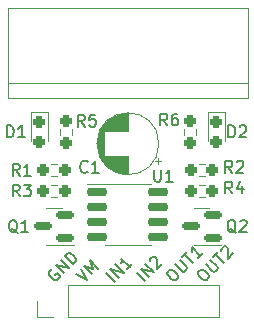
<source format=gto>
G04 #@! TF.GenerationSoftware,KiCad,Pcbnew,7.0.10-7.0.10~ubuntu22.04.1*
G04 #@! TF.CreationDate,2024-01-16T23:48:01+08:00*
G04 #@! TF.ProjectId,EL_oscillator,454c5f6f-7363-4696-9c6c-61746f722e6b,rev?*
G04 #@! TF.SameCoordinates,Original*
G04 #@! TF.FileFunction,Legend,Top*
G04 #@! TF.FilePolarity,Positive*
%FSLAX46Y46*%
G04 Gerber Fmt 4.6, Leading zero omitted, Abs format (unit mm)*
G04 Created by KiCad (PCBNEW 7.0.10-7.0.10~ubuntu22.04.1) date 2024-01-16 23:48:01*
%MOMM*%
%LPD*%
G01*
G04 APERTURE LIST*
G04 Aperture macros list*
%AMRoundRect*
0 Rectangle with rounded corners*
0 $1 Rounding radius*
0 $2 $3 $4 $5 $6 $7 $8 $9 X,Y pos of 4 corners*
0 Add a 4 corners polygon primitive as box body*
4,1,4,$2,$3,$4,$5,$6,$7,$8,$9,$2,$3,0*
0 Add four circle primitives for the rounded corners*
1,1,$1+$1,$2,$3*
1,1,$1+$1,$4,$5*
1,1,$1+$1,$6,$7*
1,1,$1+$1,$8,$9*
0 Add four rect primitives between the rounded corners*
20,1,$1+$1,$2,$3,$4,$5,0*
20,1,$1+$1,$4,$5,$6,$7,0*
20,1,$1+$1,$6,$7,$8,$9,0*
20,1,$1+$1,$8,$9,$2,$3,0*%
G04 Aperture macros list end*
%ADD10C,0.150000*%
%ADD11C,0.120000*%
%ADD12RoundRect,0.237500X-0.250000X-0.237500X0.250000X-0.237500X0.250000X0.237500X-0.250000X0.237500X0*%
%ADD13RoundRect,0.237500X-0.237500X0.287500X-0.237500X-0.287500X0.237500X-0.287500X0.237500X0.287500X0*%
%ADD14R,1.700000X1.700000*%
%ADD15O,1.700000X1.700000*%
%ADD16RoundRect,0.150000X0.587500X0.150000X-0.587500X0.150000X-0.587500X-0.150000X0.587500X-0.150000X0*%
%ADD17R,1.600000X1.600000*%
%ADD18C,1.600000*%
%ADD19R,3.000000X3.000000*%
%ADD20C,3.000000*%
%ADD21RoundRect,0.237500X-0.237500X0.250000X-0.237500X-0.250000X0.237500X-0.250000X0.237500X0.250000X0*%
%ADD22RoundRect,0.237500X0.250000X0.237500X-0.250000X0.237500X-0.250000X-0.237500X0.250000X-0.237500X0*%
%ADD23RoundRect,0.150000X-0.725000X-0.150000X0.725000X-0.150000X0.725000X0.150000X-0.725000X0.150000X0*%
G04 APERTURE END LIST*
D10*
X114373667Y-122828015D02*
X114508354Y-122693328D01*
X114508354Y-122693328D02*
X114609369Y-122659656D01*
X114609369Y-122659656D02*
X114744056Y-122659656D01*
X114744056Y-122659656D02*
X114912415Y-122760671D01*
X114912415Y-122760671D02*
X115148117Y-122996374D01*
X115148117Y-122996374D02*
X115249132Y-123164733D01*
X115249132Y-123164733D02*
X115249132Y-123299420D01*
X115249132Y-123299420D02*
X115215461Y-123400435D01*
X115215461Y-123400435D02*
X115080774Y-123535122D01*
X115080774Y-123535122D02*
X114979758Y-123568794D01*
X114979758Y-123568794D02*
X114845071Y-123568794D01*
X114845071Y-123568794D02*
X114676713Y-123467778D01*
X114676713Y-123467778D02*
X114441010Y-123232076D01*
X114441010Y-123232076D02*
X114339995Y-123063717D01*
X114339995Y-123063717D02*
X114339995Y-122929030D01*
X114339995Y-122929030D02*
X114373667Y-122828015D01*
X114979758Y-122221924D02*
X115552178Y-122794343D01*
X115552178Y-122794343D02*
X115653193Y-122828015D01*
X115653193Y-122828015D02*
X115720537Y-122828015D01*
X115720537Y-122828015D02*
X115821552Y-122794343D01*
X115821552Y-122794343D02*
X115956239Y-122659656D01*
X115956239Y-122659656D02*
X115989911Y-122558641D01*
X115989911Y-122558641D02*
X115989911Y-122491298D01*
X115989911Y-122491298D02*
X115956239Y-122390282D01*
X115956239Y-122390282D02*
X115383819Y-121817862D01*
X115619522Y-121582160D02*
X116023583Y-121178099D01*
X116528659Y-122087237D02*
X115821552Y-121380130D01*
X117336781Y-121279114D02*
X116932720Y-121683175D01*
X117134750Y-121481145D02*
X116427644Y-120774038D01*
X116427644Y-120774038D02*
X116461315Y-120942397D01*
X116461315Y-120942397D02*
X116461315Y-121077084D01*
X116461315Y-121077084D02*
X116427644Y-121178099D01*
X112446087Y-123639809D02*
X111738980Y-122932702D01*
X112782804Y-123303092D02*
X112075697Y-122595985D01*
X112075697Y-122595985D02*
X113186865Y-122899031D01*
X113186865Y-122899031D02*
X112479758Y-122191924D01*
X112850147Y-121956222D02*
X112850147Y-121888878D01*
X112850147Y-121888878D02*
X112883819Y-121787863D01*
X112883819Y-121787863D02*
X113052178Y-121619504D01*
X113052178Y-121619504D02*
X113153193Y-121585832D01*
X113153193Y-121585832D02*
X113220536Y-121585832D01*
X113220536Y-121585832D02*
X113321552Y-121619504D01*
X113321552Y-121619504D02*
X113388895Y-121686848D01*
X113388895Y-121686848D02*
X113456239Y-121821535D01*
X113456239Y-121821535D02*
X113456239Y-122629657D01*
X113456239Y-122629657D02*
X113893971Y-122191924D01*
X104593041Y-122625984D02*
X104492026Y-122659656D01*
X104492026Y-122659656D02*
X104391010Y-122760671D01*
X104391010Y-122760671D02*
X104323667Y-122895358D01*
X104323667Y-122895358D02*
X104323667Y-123030046D01*
X104323667Y-123030046D02*
X104357339Y-123131061D01*
X104357339Y-123131061D02*
X104458354Y-123299420D01*
X104458354Y-123299420D02*
X104559369Y-123400435D01*
X104559369Y-123400435D02*
X104727728Y-123501450D01*
X104727728Y-123501450D02*
X104828743Y-123535122D01*
X104828743Y-123535122D02*
X104963430Y-123535122D01*
X104963430Y-123535122D02*
X105098117Y-123467778D01*
X105098117Y-123467778D02*
X105165461Y-123400435D01*
X105165461Y-123400435D02*
X105232804Y-123265748D01*
X105232804Y-123265748D02*
X105232804Y-123198404D01*
X105232804Y-123198404D02*
X104997102Y-122962702D01*
X104997102Y-122962702D02*
X104862415Y-123097389D01*
X105603193Y-122962702D02*
X104896087Y-122255595D01*
X104896087Y-122255595D02*
X106007254Y-122558641D01*
X106007254Y-122558641D02*
X105300148Y-121851534D01*
X106343972Y-122221924D02*
X105636865Y-121514817D01*
X105636865Y-121514817D02*
X105805224Y-121346458D01*
X105805224Y-121346458D02*
X105939911Y-121279114D01*
X105939911Y-121279114D02*
X106074598Y-121279114D01*
X106074598Y-121279114D02*
X106175613Y-121312786D01*
X106175613Y-121312786D02*
X106343972Y-121413801D01*
X106343972Y-121413801D02*
X106444987Y-121514817D01*
X106444987Y-121514817D02*
X106546002Y-121683175D01*
X106546002Y-121683175D02*
X106579674Y-121784191D01*
X106579674Y-121784191D02*
X106579674Y-121918878D01*
X106579674Y-121918878D02*
X106512331Y-122053565D01*
X106512331Y-122053565D02*
X106343972Y-122221924D01*
X109896087Y-123669809D02*
X109188980Y-122962702D01*
X110232804Y-123333092D02*
X109525697Y-122625985D01*
X109525697Y-122625985D02*
X110636865Y-122929031D01*
X110636865Y-122929031D02*
X109929758Y-122221924D01*
X111343971Y-122221924D02*
X110939910Y-122625985D01*
X111141941Y-122423954D02*
X110434834Y-121716848D01*
X110434834Y-121716848D02*
X110468506Y-121885206D01*
X110468506Y-121885206D02*
X110468506Y-122019893D01*
X110468506Y-122019893D02*
X110434834Y-122120909D01*
X106587965Y-123063717D02*
X107530774Y-123535122D01*
X107530774Y-123535122D02*
X107059369Y-122592313D01*
X108002178Y-123063717D02*
X107295071Y-122356610D01*
X107295071Y-122356610D02*
X108035850Y-122625984D01*
X108035850Y-122625984D02*
X107766476Y-121885206D01*
X107766476Y-121885206D02*
X108473583Y-122592313D01*
X116973667Y-122828015D02*
X117108354Y-122693328D01*
X117108354Y-122693328D02*
X117209369Y-122659656D01*
X117209369Y-122659656D02*
X117344056Y-122659656D01*
X117344056Y-122659656D02*
X117512415Y-122760671D01*
X117512415Y-122760671D02*
X117748117Y-122996374D01*
X117748117Y-122996374D02*
X117849132Y-123164733D01*
X117849132Y-123164733D02*
X117849132Y-123299420D01*
X117849132Y-123299420D02*
X117815461Y-123400435D01*
X117815461Y-123400435D02*
X117680774Y-123535122D01*
X117680774Y-123535122D02*
X117579758Y-123568794D01*
X117579758Y-123568794D02*
X117445071Y-123568794D01*
X117445071Y-123568794D02*
X117276713Y-123467778D01*
X117276713Y-123467778D02*
X117041010Y-123232076D01*
X117041010Y-123232076D02*
X116939995Y-123063717D01*
X116939995Y-123063717D02*
X116939995Y-122929030D01*
X116939995Y-122929030D02*
X116973667Y-122828015D01*
X117579758Y-122221924D02*
X118152178Y-122794343D01*
X118152178Y-122794343D02*
X118253193Y-122828015D01*
X118253193Y-122828015D02*
X118320537Y-122828015D01*
X118320537Y-122828015D02*
X118421552Y-122794343D01*
X118421552Y-122794343D02*
X118556239Y-122659656D01*
X118556239Y-122659656D02*
X118589911Y-122558641D01*
X118589911Y-122558641D02*
X118589911Y-122491298D01*
X118589911Y-122491298D02*
X118556239Y-122390282D01*
X118556239Y-122390282D02*
X117983819Y-121817862D01*
X118219522Y-121582160D02*
X118623583Y-121178099D01*
X119128659Y-122087237D02*
X118421552Y-121380130D01*
X118892957Y-121043412D02*
X118892957Y-120976069D01*
X118892957Y-120976069D02*
X118926628Y-120875053D01*
X118926628Y-120875053D02*
X119094987Y-120706695D01*
X119094987Y-120706695D02*
X119196002Y-120673023D01*
X119196002Y-120673023D02*
X119263346Y-120673023D01*
X119263346Y-120673023D02*
X119364361Y-120706695D01*
X119364361Y-120706695D02*
X119431705Y-120774038D01*
X119431705Y-120774038D02*
X119499048Y-120908725D01*
X119499048Y-120908725D02*
X119499048Y-121716847D01*
X119499048Y-121716847D02*
X119936781Y-121279114D01*
X101833333Y-114704819D02*
X101500000Y-114228628D01*
X101261905Y-114704819D02*
X101261905Y-113704819D01*
X101261905Y-113704819D02*
X101642857Y-113704819D01*
X101642857Y-113704819D02*
X101738095Y-113752438D01*
X101738095Y-113752438D02*
X101785714Y-113800057D01*
X101785714Y-113800057D02*
X101833333Y-113895295D01*
X101833333Y-113895295D02*
X101833333Y-114038152D01*
X101833333Y-114038152D02*
X101785714Y-114133390D01*
X101785714Y-114133390D02*
X101738095Y-114181009D01*
X101738095Y-114181009D02*
X101642857Y-114228628D01*
X101642857Y-114228628D02*
X101261905Y-114228628D01*
X102785714Y-114704819D02*
X102214286Y-114704819D01*
X102500000Y-114704819D02*
X102500000Y-113704819D01*
X102500000Y-113704819D02*
X102404762Y-113847676D01*
X102404762Y-113847676D02*
X102309524Y-113942914D01*
X102309524Y-113942914D02*
X102214286Y-113990533D01*
X119511905Y-111454819D02*
X119511905Y-110454819D01*
X119511905Y-110454819D02*
X119750000Y-110454819D01*
X119750000Y-110454819D02*
X119892857Y-110502438D01*
X119892857Y-110502438D02*
X119988095Y-110597676D01*
X119988095Y-110597676D02*
X120035714Y-110692914D01*
X120035714Y-110692914D02*
X120083333Y-110883390D01*
X120083333Y-110883390D02*
X120083333Y-111026247D01*
X120083333Y-111026247D02*
X120035714Y-111216723D01*
X120035714Y-111216723D02*
X119988095Y-111311961D01*
X119988095Y-111311961D02*
X119892857Y-111407200D01*
X119892857Y-111407200D02*
X119750000Y-111454819D01*
X119750000Y-111454819D02*
X119511905Y-111454819D01*
X120464286Y-110550057D02*
X120511905Y-110502438D01*
X120511905Y-110502438D02*
X120607143Y-110454819D01*
X120607143Y-110454819D02*
X120845238Y-110454819D01*
X120845238Y-110454819D02*
X120940476Y-110502438D01*
X120940476Y-110502438D02*
X120988095Y-110550057D01*
X120988095Y-110550057D02*
X121035714Y-110645295D01*
X121035714Y-110645295D02*
X121035714Y-110740533D01*
X121035714Y-110740533D02*
X120988095Y-110883390D01*
X120988095Y-110883390D02*
X120416667Y-111454819D01*
X120416667Y-111454819D02*
X121035714Y-111454819D01*
X119833333Y-116204819D02*
X119500000Y-115728628D01*
X119261905Y-116204819D02*
X119261905Y-115204819D01*
X119261905Y-115204819D02*
X119642857Y-115204819D01*
X119642857Y-115204819D02*
X119738095Y-115252438D01*
X119738095Y-115252438D02*
X119785714Y-115300057D01*
X119785714Y-115300057D02*
X119833333Y-115395295D01*
X119833333Y-115395295D02*
X119833333Y-115538152D01*
X119833333Y-115538152D02*
X119785714Y-115633390D01*
X119785714Y-115633390D02*
X119738095Y-115681009D01*
X119738095Y-115681009D02*
X119642857Y-115728628D01*
X119642857Y-115728628D02*
X119261905Y-115728628D01*
X120690476Y-115538152D02*
X120690476Y-116204819D01*
X120452381Y-115157200D02*
X120214286Y-115871485D01*
X120214286Y-115871485D02*
X120833333Y-115871485D01*
X101654761Y-119550057D02*
X101559523Y-119502438D01*
X101559523Y-119502438D02*
X101464285Y-119407200D01*
X101464285Y-119407200D02*
X101321428Y-119264342D01*
X101321428Y-119264342D02*
X101226190Y-119216723D01*
X101226190Y-119216723D02*
X101130952Y-119216723D01*
X101178571Y-119454819D02*
X101083333Y-119407200D01*
X101083333Y-119407200D02*
X100988095Y-119311961D01*
X100988095Y-119311961D02*
X100940476Y-119121485D01*
X100940476Y-119121485D02*
X100940476Y-118788152D01*
X100940476Y-118788152D02*
X100988095Y-118597676D01*
X100988095Y-118597676D02*
X101083333Y-118502438D01*
X101083333Y-118502438D02*
X101178571Y-118454819D01*
X101178571Y-118454819D02*
X101369047Y-118454819D01*
X101369047Y-118454819D02*
X101464285Y-118502438D01*
X101464285Y-118502438D02*
X101559523Y-118597676D01*
X101559523Y-118597676D02*
X101607142Y-118788152D01*
X101607142Y-118788152D02*
X101607142Y-119121485D01*
X101607142Y-119121485D02*
X101559523Y-119311961D01*
X101559523Y-119311961D02*
X101464285Y-119407200D01*
X101464285Y-119407200D02*
X101369047Y-119454819D01*
X101369047Y-119454819D02*
X101178571Y-119454819D01*
X102559523Y-119454819D02*
X101988095Y-119454819D01*
X102273809Y-119454819D02*
X102273809Y-118454819D01*
X102273809Y-118454819D02*
X102178571Y-118597676D01*
X102178571Y-118597676D02*
X102083333Y-118692914D01*
X102083333Y-118692914D02*
X101988095Y-118740533D01*
X107583333Y-114359580D02*
X107535714Y-114407200D01*
X107535714Y-114407200D02*
X107392857Y-114454819D01*
X107392857Y-114454819D02*
X107297619Y-114454819D01*
X107297619Y-114454819D02*
X107154762Y-114407200D01*
X107154762Y-114407200D02*
X107059524Y-114311961D01*
X107059524Y-114311961D02*
X107011905Y-114216723D01*
X107011905Y-114216723D02*
X106964286Y-114026247D01*
X106964286Y-114026247D02*
X106964286Y-113883390D01*
X106964286Y-113883390D02*
X107011905Y-113692914D01*
X107011905Y-113692914D02*
X107059524Y-113597676D01*
X107059524Y-113597676D02*
X107154762Y-113502438D01*
X107154762Y-113502438D02*
X107297619Y-113454819D01*
X107297619Y-113454819D02*
X107392857Y-113454819D01*
X107392857Y-113454819D02*
X107535714Y-113502438D01*
X107535714Y-113502438D02*
X107583333Y-113550057D01*
X108535714Y-114454819D02*
X107964286Y-114454819D01*
X108250000Y-114454819D02*
X108250000Y-113454819D01*
X108250000Y-113454819D02*
X108154762Y-113597676D01*
X108154762Y-113597676D02*
X108059524Y-113692914D01*
X108059524Y-113692914D02*
X107964286Y-113740533D01*
X114333333Y-110454819D02*
X114000000Y-109978628D01*
X113761905Y-110454819D02*
X113761905Y-109454819D01*
X113761905Y-109454819D02*
X114142857Y-109454819D01*
X114142857Y-109454819D02*
X114238095Y-109502438D01*
X114238095Y-109502438D02*
X114285714Y-109550057D01*
X114285714Y-109550057D02*
X114333333Y-109645295D01*
X114333333Y-109645295D02*
X114333333Y-109788152D01*
X114333333Y-109788152D02*
X114285714Y-109883390D01*
X114285714Y-109883390D02*
X114238095Y-109931009D01*
X114238095Y-109931009D02*
X114142857Y-109978628D01*
X114142857Y-109978628D02*
X113761905Y-109978628D01*
X115190476Y-109454819D02*
X115000000Y-109454819D01*
X115000000Y-109454819D02*
X114904762Y-109502438D01*
X114904762Y-109502438D02*
X114857143Y-109550057D01*
X114857143Y-109550057D02*
X114761905Y-109692914D01*
X114761905Y-109692914D02*
X114714286Y-109883390D01*
X114714286Y-109883390D02*
X114714286Y-110264342D01*
X114714286Y-110264342D02*
X114761905Y-110359580D01*
X114761905Y-110359580D02*
X114809524Y-110407200D01*
X114809524Y-110407200D02*
X114904762Y-110454819D01*
X114904762Y-110454819D02*
X115095238Y-110454819D01*
X115095238Y-110454819D02*
X115190476Y-110407200D01*
X115190476Y-110407200D02*
X115238095Y-110359580D01*
X115238095Y-110359580D02*
X115285714Y-110264342D01*
X115285714Y-110264342D02*
X115285714Y-110026247D01*
X115285714Y-110026247D02*
X115238095Y-109931009D01*
X115238095Y-109931009D02*
X115190476Y-109883390D01*
X115190476Y-109883390D02*
X115095238Y-109835771D01*
X115095238Y-109835771D02*
X114904762Y-109835771D01*
X114904762Y-109835771D02*
X114809524Y-109883390D01*
X114809524Y-109883390D02*
X114761905Y-109931009D01*
X114761905Y-109931009D02*
X114714286Y-110026247D01*
X100761905Y-111454819D02*
X100761905Y-110454819D01*
X100761905Y-110454819D02*
X101000000Y-110454819D01*
X101000000Y-110454819D02*
X101142857Y-110502438D01*
X101142857Y-110502438D02*
X101238095Y-110597676D01*
X101238095Y-110597676D02*
X101285714Y-110692914D01*
X101285714Y-110692914D02*
X101333333Y-110883390D01*
X101333333Y-110883390D02*
X101333333Y-111026247D01*
X101333333Y-111026247D02*
X101285714Y-111216723D01*
X101285714Y-111216723D02*
X101238095Y-111311961D01*
X101238095Y-111311961D02*
X101142857Y-111407200D01*
X101142857Y-111407200D02*
X101000000Y-111454819D01*
X101000000Y-111454819D02*
X100761905Y-111454819D01*
X102285714Y-111454819D02*
X101714286Y-111454819D01*
X102000000Y-111454819D02*
X102000000Y-110454819D01*
X102000000Y-110454819D02*
X101904762Y-110597676D01*
X101904762Y-110597676D02*
X101809524Y-110692914D01*
X101809524Y-110692914D02*
X101714286Y-110740533D01*
X120154761Y-119550057D02*
X120059523Y-119502438D01*
X120059523Y-119502438D02*
X119964285Y-119407200D01*
X119964285Y-119407200D02*
X119821428Y-119264342D01*
X119821428Y-119264342D02*
X119726190Y-119216723D01*
X119726190Y-119216723D02*
X119630952Y-119216723D01*
X119678571Y-119454819D02*
X119583333Y-119407200D01*
X119583333Y-119407200D02*
X119488095Y-119311961D01*
X119488095Y-119311961D02*
X119440476Y-119121485D01*
X119440476Y-119121485D02*
X119440476Y-118788152D01*
X119440476Y-118788152D02*
X119488095Y-118597676D01*
X119488095Y-118597676D02*
X119583333Y-118502438D01*
X119583333Y-118502438D02*
X119678571Y-118454819D01*
X119678571Y-118454819D02*
X119869047Y-118454819D01*
X119869047Y-118454819D02*
X119964285Y-118502438D01*
X119964285Y-118502438D02*
X120059523Y-118597676D01*
X120059523Y-118597676D02*
X120107142Y-118788152D01*
X120107142Y-118788152D02*
X120107142Y-119121485D01*
X120107142Y-119121485D02*
X120059523Y-119311961D01*
X120059523Y-119311961D02*
X119964285Y-119407200D01*
X119964285Y-119407200D02*
X119869047Y-119454819D01*
X119869047Y-119454819D02*
X119678571Y-119454819D01*
X120488095Y-118550057D02*
X120535714Y-118502438D01*
X120535714Y-118502438D02*
X120630952Y-118454819D01*
X120630952Y-118454819D02*
X120869047Y-118454819D01*
X120869047Y-118454819D02*
X120964285Y-118502438D01*
X120964285Y-118502438D02*
X121011904Y-118550057D01*
X121011904Y-118550057D02*
X121059523Y-118645295D01*
X121059523Y-118645295D02*
X121059523Y-118740533D01*
X121059523Y-118740533D02*
X121011904Y-118883390D01*
X121011904Y-118883390D02*
X120440476Y-119454819D01*
X120440476Y-119454819D02*
X121059523Y-119454819D01*
X101833333Y-116454819D02*
X101500000Y-115978628D01*
X101261905Y-116454819D02*
X101261905Y-115454819D01*
X101261905Y-115454819D02*
X101642857Y-115454819D01*
X101642857Y-115454819D02*
X101738095Y-115502438D01*
X101738095Y-115502438D02*
X101785714Y-115550057D01*
X101785714Y-115550057D02*
X101833333Y-115645295D01*
X101833333Y-115645295D02*
X101833333Y-115788152D01*
X101833333Y-115788152D02*
X101785714Y-115883390D01*
X101785714Y-115883390D02*
X101738095Y-115931009D01*
X101738095Y-115931009D02*
X101642857Y-115978628D01*
X101642857Y-115978628D02*
X101261905Y-115978628D01*
X102166667Y-115454819D02*
X102785714Y-115454819D01*
X102785714Y-115454819D02*
X102452381Y-115835771D01*
X102452381Y-115835771D02*
X102595238Y-115835771D01*
X102595238Y-115835771D02*
X102690476Y-115883390D01*
X102690476Y-115883390D02*
X102738095Y-115931009D01*
X102738095Y-115931009D02*
X102785714Y-116026247D01*
X102785714Y-116026247D02*
X102785714Y-116264342D01*
X102785714Y-116264342D02*
X102738095Y-116359580D01*
X102738095Y-116359580D02*
X102690476Y-116407200D01*
X102690476Y-116407200D02*
X102595238Y-116454819D01*
X102595238Y-116454819D02*
X102309524Y-116454819D01*
X102309524Y-116454819D02*
X102214286Y-116407200D01*
X102214286Y-116407200D02*
X102166667Y-116359580D01*
X113238095Y-114204819D02*
X113238095Y-115014342D01*
X113238095Y-115014342D02*
X113285714Y-115109580D01*
X113285714Y-115109580D02*
X113333333Y-115157200D01*
X113333333Y-115157200D02*
X113428571Y-115204819D01*
X113428571Y-115204819D02*
X113619047Y-115204819D01*
X113619047Y-115204819D02*
X113714285Y-115157200D01*
X113714285Y-115157200D02*
X113761904Y-115109580D01*
X113761904Y-115109580D02*
X113809523Y-115014342D01*
X113809523Y-115014342D02*
X113809523Y-114204819D01*
X114809523Y-115204819D02*
X114238095Y-115204819D01*
X114523809Y-115204819D02*
X114523809Y-114204819D01*
X114523809Y-114204819D02*
X114428571Y-114347676D01*
X114428571Y-114347676D02*
X114333333Y-114442914D01*
X114333333Y-114442914D02*
X114238095Y-114490533D01*
X119833333Y-114454819D02*
X119500000Y-113978628D01*
X119261905Y-114454819D02*
X119261905Y-113454819D01*
X119261905Y-113454819D02*
X119642857Y-113454819D01*
X119642857Y-113454819D02*
X119738095Y-113502438D01*
X119738095Y-113502438D02*
X119785714Y-113550057D01*
X119785714Y-113550057D02*
X119833333Y-113645295D01*
X119833333Y-113645295D02*
X119833333Y-113788152D01*
X119833333Y-113788152D02*
X119785714Y-113883390D01*
X119785714Y-113883390D02*
X119738095Y-113931009D01*
X119738095Y-113931009D02*
X119642857Y-113978628D01*
X119642857Y-113978628D02*
X119261905Y-113978628D01*
X120214286Y-113550057D02*
X120261905Y-113502438D01*
X120261905Y-113502438D02*
X120357143Y-113454819D01*
X120357143Y-113454819D02*
X120595238Y-113454819D01*
X120595238Y-113454819D02*
X120690476Y-113502438D01*
X120690476Y-113502438D02*
X120738095Y-113550057D01*
X120738095Y-113550057D02*
X120785714Y-113645295D01*
X120785714Y-113645295D02*
X120785714Y-113740533D01*
X120785714Y-113740533D02*
X120738095Y-113883390D01*
X120738095Y-113883390D02*
X120166667Y-114454819D01*
X120166667Y-114454819D02*
X120785714Y-114454819D01*
X107333333Y-110542319D02*
X107000000Y-110066128D01*
X106761905Y-110542319D02*
X106761905Y-109542319D01*
X106761905Y-109542319D02*
X107142857Y-109542319D01*
X107142857Y-109542319D02*
X107238095Y-109589938D01*
X107238095Y-109589938D02*
X107285714Y-109637557D01*
X107285714Y-109637557D02*
X107333333Y-109732795D01*
X107333333Y-109732795D02*
X107333333Y-109875652D01*
X107333333Y-109875652D02*
X107285714Y-109970890D01*
X107285714Y-109970890D02*
X107238095Y-110018509D01*
X107238095Y-110018509D02*
X107142857Y-110066128D01*
X107142857Y-110066128D02*
X106761905Y-110066128D01*
X108238095Y-109542319D02*
X107761905Y-109542319D01*
X107761905Y-109542319D02*
X107714286Y-110018509D01*
X107714286Y-110018509D02*
X107761905Y-109970890D01*
X107761905Y-109970890D02*
X107857143Y-109923271D01*
X107857143Y-109923271D02*
X108095238Y-109923271D01*
X108095238Y-109923271D02*
X108190476Y-109970890D01*
X108190476Y-109970890D02*
X108238095Y-110018509D01*
X108238095Y-110018509D02*
X108285714Y-110113747D01*
X108285714Y-110113747D02*
X108285714Y-110351842D01*
X108285714Y-110351842D02*
X108238095Y-110447080D01*
X108238095Y-110447080D02*
X108190476Y-110494700D01*
X108190476Y-110494700D02*
X108095238Y-110542319D01*
X108095238Y-110542319D02*
X107857143Y-110542319D01*
X107857143Y-110542319D02*
X107761905Y-110494700D01*
X107761905Y-110494700D02*
X107714286Y-110447080D01*
D11*
X104495276Y-113727500D02*
X105004724Y-113727500D01*
X104495276Y-114772500D02*
X105004724Y-114772500D01*
X119235000Y-109340000D02*
X117765000Y-109340000D01*
X117765000Y-109340000D02*
X117765000Y-111800000D01*
X119235000Y-111800000D02*
X119235000Y-109340000D01*
X103320000Y-126630000D02*
X103320000Y-125300000D01*
X104650000Y-126630000D02*
X103320000Y-126630000D01*
X105920000Y-126630000D02*
X118680000Y-126630000D01*
X105920000Y-126630000D02*
X105920000Y-123970000D01*
X118680000Y-126630000D02*
X118680000Y-123970000D01*
X105920000Y-123970000D02*
X118680000Y-123970000D01*
X116995276Y-115477500D02*
X117504724Y-115477500D01*
X116995276Y-116522500D02*
X117504724Y-116522500D01*
X104750000Y-120560000D02*
X106425000Y-120560000D01*
X104750000Y-120560000D02*
X104100000Y-120560000D01*
X104750000Y-117440000D02*
X105400000Y-117440000D01*
X104750000Y-117440000D02*
X104100000Y-117440000D01*
X113804775Y-113475000D02*
X113304775Y-113475000D01*
X113554775Y-113725000D02*
X113554775Y-113225000D01*
X111000000Y-114580000D02*
X111000000Y-113040000D01*
X111000000Y-110960000D02*
X111000000Y-109420000D01*
X110960000Y-114580000D02*
X110960000Y-113040000D01*
X110960000Y-110960000D02*
X110960000Y-109420000D01*
X110920000Y-114579000D02*
X110920000Y-113040000D01*
X110920000Y-110960000D02*
X110920000Y-109421000D01*
X110880000Y-114578000D02*
X110880000Y-113040000D01*
X110880000Y-110960000D02*
X110880000Y-109422000D01*
X110840000Y-114576000D02*
X110840000Y-113040000D01*
X110840000Y-110960000D02*
X110840000Y-109424000D01*
X110800000Y-114573000D02*
X110800000Y-113040000D01*
X110800000Y-110960000D02*
X110800000Y-109427000D01*
X110760000Y-114569000D02*
X110760000Y-113040000D01*
X110760000Y-110960000D02*
X110760000Y-109431000D01*
X110720000Y-114565000D02*
X110720000Y-113040000D01*
X110720000Y-110960000D02*
X110720000Y-109435000D01*
X110680000Y-114561000D02*
X110680000Y-113040000D01*
X110680000Y-110960000D02*
X110680000Y-109439000D01*
X110640000Y-114556000D02*
X110640000Y-113040000D01*
X110640000Y-110960000D02*
X110640000Y-109444000D01*
X110600000Y-114550000D02*
X110600000Y-113040000D01*
X110600000Y-110960000D02*
X110600000Y-109450000D01*
X110560000Y-114543000D02*
X110560000Y-113040000D01*
X110560000Y-110960000D02*
X110560000Y-109457000D01*
X110520000Y-114536000D02*
X110520000Y-113040000D01*
X110520000Y-110960000D02*
X110520000Y-109464000D01*
X110480000Y-114528000D02*
X110480000Y-113040000D01*
X110480000Y-110960000D02*
X110480000Y-109472000D01*
X110440000Y-114520000D02*
X110440000Y-113040000D01*
X110440000Y-110960000D02*
X110440000Y-109480000D01*
X110400000Y-114511000D02*
X110400000Y-113040000D01*
X110400000Y-110960000D02*
X110400000Y-109489000D01*
X110360000Y-114501000D02*
X110360000Y-113040000D01*
X110360000Y-110960000D02*
X110360000Y-109499000D01*
X110320000Y-114491000D02*
X110320000Y-113040000D01*
X110320000Y-110960000D02*
X110320000Y-109509000D01*
X110279000Y-114480000D02*
X110279000Y-113040000D01*
X110279000Y-110960000D02*
X110279000Y-109520000D01*
X110239000Y-114468000D02*
X110239000Y-113040000D01*
X110239000Y-110960000D02*
X110239000Y-109532000D01*
X110199000Y-114455000D02*
X110199000Y-113040000D01*
X110199000Y-110960000D02*
X110199000Y-109545000D01*
X110159000Y-114442000D02*
X110159000Y-113040000D01*
X110159000Y-110960000D02*
X110159000Y-109558000D01*
X110119000Y-114428000D02*
X110119000Y-113040000D01*
X110119000Y-110960000D02*
X110119000Y-109572000D01*
X110079000Y-114414000D02*
X110079000Y-113040000D01*
X110079000Y-110960000D02*
X110079000Y-109586000D01*
X110039000Y-114398000D02*
X110039000Y-113040000D01*
X110039000Y-110960000D02*
X110039000Y-109602000D01*
X109999000Y-114382000D02*
X109999000Y-113040000D01*
X109999000Y-110960000D02*
X109999000Y-109618000D01*
X109959000Y-114365000D02*
X109959000Y-113040000D01*
X109959000Y-110960000D02*
X109959000Y-109635000D01*
X109919000Y-114348000D02*
X109919000Y-113040000D01*
X109919000Y-110960000D02*
X109919000Y-109652000D01*
X109879000Y-114329000D02*
X109879000Y-113040000D01*
X109879000Y-110960000D02*
X109879000Y-109671000D01*
X109839000Y-114310000D02*
X109839000Y-113040000D01*
X109839000Y-110960000D02*
X109839000Y-109690000D01*
X109799000Y-114290000D02*
X109799000Y-113040000D01*
X109799000Y-110960000D02*
X109799000Y-109710000D01*
X109759000Y-114268000D02*
X109759000Y-113040000D01*
X109759000Y-110960000D02*
X109759000Y-109732000D01*
X109719000Y-114247000D02*
X109719000Y-113040000D01*
X109719000Y-110960000D02*
X109719000Y-109753000D01*
X109679000Y-114224000D02*
X109679000Y-113040000D01*
X109679000Y-110960000D02*
X109679000Y-109776000D01*
X109639000Y-114200000D02*
X109639000Y-113040000D01*
X109639000Y-110960000D02*
X109639000Y-109800000D01*
X109599000Y-114175000D02*
X109599000Y-113040000D01*
X109599000Y-110960000D02*
X109599000Y-109825000D01*
X109559000Y-114149000D02*
X109559000Y-113040000D01*
X109559000Y-110960000D02*
X109559000Y-109851000D01*
X109519000Y-114122000D02*
X109519000Y-113040000D01*
X109519000Y-110960000D02*
X109519000Y-109878000D01*
X109479000Y-114095000D02*
X109479000Y-113040000D01*
X109479000Y-110960000D02*
X109479000Y-109905000D01*
X109439000Y-114065000D02*
X109439000Y-113040000D01*
X109439000Y-110960000D02*
X109439000Y-109935000D01*
X109399000Y-114035000D02*
X109399000Y-113040000D01*
X109399000Y-110960000D02*
X109399000Y-109965000D01*
X109359000Y-114004000D02*
X109359000Y-113040000D01*
X109359000Y-110960000D02*
X109359000Y-109996000D01*
X109319000Y-113971000D02*
X109319000Y-113040000D01*
X109319000Y-110960000D02*
X109319000Y-110029000D01*
X109279000Y-113937000D02*
X109279000Y-113040000D01*
X109279000Y-110960000D02*
X109279000Y-110063000D01*
X109239000Y-113901000D02*
X109239000Y-113040000D01*
X109239000Y-110960000D02*
X109239000Y-110099000D01*
X109199000Y-113864000D02*
X109199000Y-113040000D01*
X109199000Y-110960000D02*
X109199000Y-110136000D01*
X109159000Y-113826000D02*
X109159000Y-113040000D01*
X109159000Y-110960000D02*
X109159000Y-110174000D01*
X109119000Y-113785000D02*
X109119000Y-113040000D01*
X109119000Y-110960000D02*
X109119000Y-110215000D01*
X109079000Y-113743000D02*
X109079000Y-113040000D01*
X109079000Y-110960000D02*
X109079000Y-110257000D01*
X109039000Y-113699000D02*
X109039000Y-113040000D01*
X109039000Y-110960000D02*
X109039000Y-110301000D01*
X108999000Y-113653000D02*
X108999000Y-113040000D01*
X108999000Y-110960000D02*
X108999000Y-110347000D01*
X108959000Y-113605000D02*
X108959000Y-110395000D01*
X108919000Y-113554000D02*
X108919000Y-110446000D01*
X108879000Y-113500000D02*
X108879000Y-110500000D01*
X108839000Y-113443000D02*
X108839000Y-110557000D01*
X108799000Y-113383000D02*
X108799000Y-110617000D01*
X108759000Y-113319000D02*
X108759000Y-110681000D01*
X108719000Y-113251000D02*
X108719000Y-110749000D01*
X108679000Y-113178000D02*
X108679000Y-110822000D01*
X108639000Y-113098000D02*
X108639000Y-110902000D01*
X108599000Y-113011000D02*
X108599000Y-110989000D01*
X108559000Y-112915000D02*
X108559000Y-111085000D01*
X108519000Y-112805000D02*
X108519000Y-111195000D01*
X108479000Y-112677000D02*
X108479000Y-111323000D01*
X108439000Y-112518000D02*
X108439000Y-111482000D01*
X108399000Y-112284000D02*
X108399000Y-111716000D01*
X113620000Y-112000000D02*
G75*
G03*
X108380000Y-112000000I-2620000J0D01*
G01*
X108380000Y-112000000D02*
G75*
G03*
X113620000Y-112000000I2620000J0D01*
G01*
X100840000Y-100490000D02*
X100840000Y-108110000D01*
X100840000Y-100490000D02*
X121160000Y-100490000D01*
X100840000Y-108110000D02*
X121160000Y-108110000D01*
X121160000Y-106840000D02*
X100840000Y-106840000D01*
X121160000Y-108110000D02*
X121160000Y-100490000D01*
X116772500Y-110745276D02*
X116772500Y-111254724D01*
X115727500Y-110745276D02*
X115727500Y-111254724D01*
X104235000Y-109340000D02*
X102765000Y-109340000D01*
X102765000Y-109340000D02*
X102765000Y-111800000D01*
X104235000Y-111800000D02*
X104235000Y-109340000D01*
X117250000Y-120560000D02*
X118925000Y-120560000D01*
X117250000Y-120560000D02*
X116600000Y-120560000D01*
X117250000Y-117440000D02*
X117900000Y-117440000D01*
X117250000Y-117440000D02*
X116600000Y-117440000D01*
X105004724Y-116522500D02*
X104495276Y-116522500D01*
X105004724Y-115477500D02*
X104495276Y-115477500D01*
X111000000Y-115440000D02*
X107550000Y-115440000D01*
X111000000Y-115440000D02*
X112950000Y-115440000D01*
X111000000Y-120560000D02*
X109050000Y-120560000D01*
X111000000Y-120560000D02*
X112950000Y-120560000D01*
X117504724Y-114772500D02*
X116995276Y-114772500D01*
X117504724Y-113727500D02*
X116995276Y-113727500D01*
X106272500Y-110745276D02*
X106272500Y-111254724D01*
X105227500Y-110745276D02*
X105227500Y-111254724D01*
%LPC*%
D12*
X103837500Y-114250000D03*
X105662500Y-114250000D03*
D13*
X118500000Y-110125000D03*
X118500000Y-111875000D03*
D14*
X104650000Y-125300000D03*
D15*
X107190000Y-125300000D03*
X109730000Y-125300000D03*
X112270000Y-125300000D03*
X114810000Y-125300000D03*
X117350000Y-125300000D03*
D12*
X116337500Y-116000000D03*
X118162500Y-116000000D03*
D16*
X105687500Y-119950000D03*
X105687500Y-118050000D03*
X103812500Y-119000000D03*
D17*
X112000000Y-112000000D03*
D18*
X110000000Y-112000000D03*
D19*
X103380000Y-104300000D03*
D20*
X108460000Y-104300000D03*
X113540000Y-104300000D03*
X118620000Y-104300000D03*
D21*
X116250000Y-110087500D03*
X116250000Y-111912500D03*
D13*
X103500000Y-110125000D03*
X103500000Y-111875000D03*
D16*
X118187500Y-119950000D03*
X118187500Y-118050000D03*
X116312500Y-119000000D03*
D22*
X105662500Y-116000000D03*
X103837500Y-116000000D03*
D23*
X108425000Y-116095000D03*
X108425000Y-117365000D03*
X108425000Y-118635000D03*
X108425000Y-119905000D03*
X113575000Y-119905000D03*
X113575000Y-118635000D03*
X113575000Y-117365000D03*
X113575000Y-116095000D03*
D22*
X118162500Y-114250000D03*
X116337500Y-114250000D03*
D21*
X105750000Y-110087500D03*
X105750000Y-111912500D03*
%LPD*%
M02*

</source>
